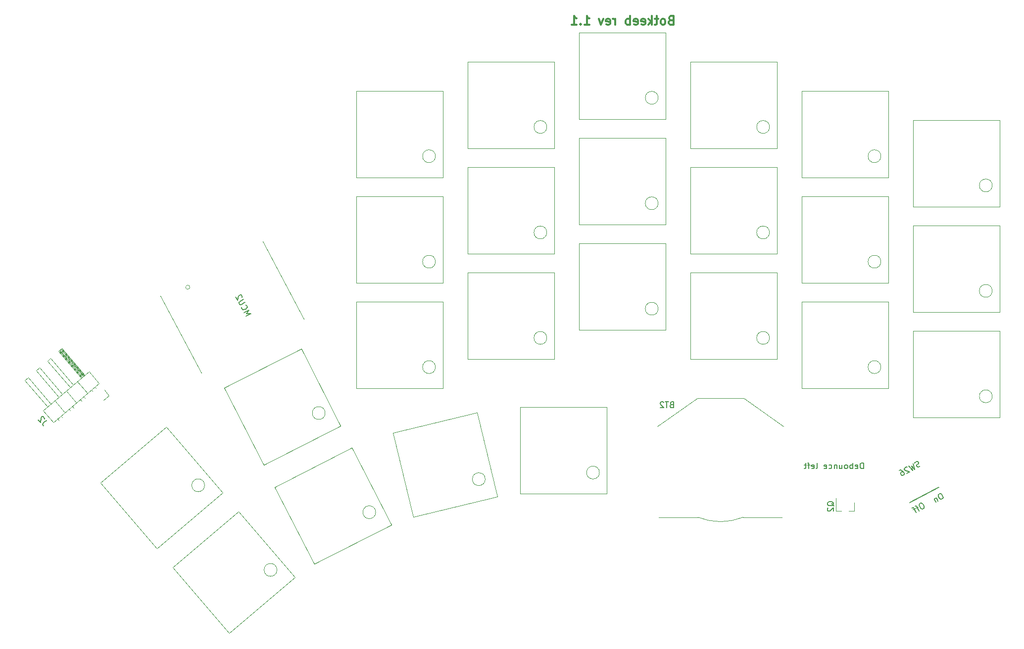
<source format=gbr>
G04 #@! TF.GenerationSoftware,KiCad,Pcbnew,(5.1.9)-1*
G04 #@! TF.CreationDate,2021-01-29T17:36:36+01:00*
G04 #@! TF.ProjectId,Mathias_ergo,4d617468-6961-4735-9f65-72676f2e6b69,1.0*
G04 #@! TF.SameCoordinates,Original*
G04 #@! TF.FileFunction,Legend,Bot*
G04 #@! TF.FilePolarity,Positive*
%FSLAX46Y46*%
G04 Gerber Fmt 4.6, Leading zero omitted, Abs format (unit mm)*
G04 Created by KiCad (PCBNEW (5.1.9)-1) date 2021-01-29 17:36:36*
%MOMM*%
%LPD*%
G01*
G04 APERTURE LIST*
%ADD10C,0.170000*%
%ADD11C,0.300000*%
%ADD12C,0.150000*%
%ADD13C,0.120000*%
%ADD14C,0.100000*%
G04 APERTURE END LIST*
D10*
X210084740Y-142383300D02*
X209916559Y-142472723D01*
X209854825Y-142559479D01*
X209815446Y-142688281D01*
X209862824Y-142878818D01*
X210019315Y-143173133D01*
X210150783Y-143318958D01*
X210279585Y-143358337D01*
X210386031Y-143355670D01*
X210554211Y-143266247D01*
X210615946Y-143179490D01*
X210655324Y-143050689D01*
X210607946Y-142860152D01*
X210451456Y-142565836D01*
X210319988Y-142420012D01*
X210191186Y-142380633D01*
X210084740Y-142383300D01*
X209610553Y-143012952D02*
X209274192Y-143191799D01*
X209797399Y-143668651D02*
X209394995Y-142911839D01*
X209308238Y-142850105D01*
X209201792Y-142852771D01*
X209117702Y-142897483D01*
X209106012Y-143281222D02*
X208769651Y-143460068D01*
X209292858Y-143936921D02*
X208890453Y-143180109D01*
X208803697Y-143118374D01*
X208697251Y-143121041D01*
X208613160Y-143165752D01*
X213332427Y-140737389D02*
X213164246Y-140826812D01*
X213102512Y-140913569D01*
X213063133Y-141042371D01*
X213110511Y-141232907D01*
X213267002Y-141527223D01*
X213398470Y-141673048D01*
X213527272Y-141712426D01*
X213633718Y-141709760D01*
X213801898Y-141620337D01*
X213863633Y-141533580D01*
X213903012Y-141404778D01*
X213855634Y-141214242D01*
X213699143Y-140919926D01*
X213567675Y-140774101D01*
X213438873Y-140734723D01*
X213332427Y-140737389D01*
X212732105Y-141434109D02*
X213045086Y-142022741D01*
X212776817Y-141518199D02*
X212712416Y-141498510D01*
X212605970Y-141501176D01*
X212479834Y-141568244D01*
X212418100Y-141655001D01*
X212420766Y-141761447D01*
X212666680Y-142223943D01*
D11*
X167309571Y-59709857D02*
X167095285Y-59781285D01*
X167023857Y-59852714D01*
X166952428Y-59995571D01*
X166952428Y-60209857D01*
X167023857Y-60352714D01*
X167095285Y-60424142D01*
X167238142Y-60495571D01*
X167809571Y-60495571D01*
X167809571Y-58995571D01*
X167309571Y-58995571D01*
X167166714Y-59067000D01*
X167095285Y-59138428D01*
X167023857Y-59281285D01*
X167023857Y-59424142D01*
X167095285Y-59567000D01*
X167166714Y-59638428D01*
X167309571Y-59709857D01*
X167809571Y-59709857D01*
X166095285Y-60495571D02*
X166238142Y-60424142D01*
X166309571Y-60352714D01*
X166381000Y-60209857D01*
X166381000Y-59781285D01*
X166309571Y-59638428D01*
X166238142Y-59567000D01*
X166095285Y-59495571D01*
X165881000Y-59495571D01*
X165738142Y-59567000D01*
X165666714Y-59638428D01*
X165595285Y-59781285D01*
X165595285Y-60209857D01*
X165666714Y-60352714D01*
X165738142Y-60424142D01*
X165881000Y-60495571D01*
X166095285Y-60495571D01*
X165166714Y-59495571D02*
X164595285Y-59495571D01*
X164952428Y-58995571D02*
X164952428Y-60281285D01*
X164881000Y-60424142D01*
X164738142Y-60495571D01*
X164595285Y-60495571D01*
X164095285Y-60495571D02*
X164095285Y-58995571D01*
X163952428Y-59924142D02*
X163523857Y-60495571D01*
X163523857Y-59495571D02*
X164095285Y-60067000D01*
X162309571Y-60424142D02*
X162452428Y-60495571D01*
X162738142Y-60495571D01*
X162881000Y-60424142D01*
X162952428Y-60281285D01*
X162952428Y-59709857D01*
X162881000Y-59567000D01*
X162738142Y-59495571D01*
X162452428Y-59495571D01*
X162309571Y-59567000D01*
X162238142Y-59709857D01*
X162238142Y-59852714D01*
X162952428Y-59995571D01*
X161023857Y-60424142D02*
X161166714Y-60495571D01*
X161452428Y-60495571D01*
X161595285Y-60424142D01*
X161666714Y-60281285D01*
X161666714Y-59709857D01*
X161595285Y-59567000D01*
X161452428Y-59495571D01*
X161166714Y-59495571D01*
X161023857Y-59567000D01*
X160952428Y-59709857D01*
X160952428Y-59852714D01*
X161666714Y-59995571D01*
X160309571Y-60495571D02*
X160309571Y-58995571D01*
X160309571Y-59567000D02*
X160166714Y-59495571D01*
X159881000Y-59495571D01*
X159738142Y-59567000D01*
X159666714Y-59638428D01*
X159595285Y-59781285D01*
X159595285Y-60209857D01*
X159666714Y-60352714D01*
X159738142Y-60424142D01*
X159881000Y-60495571D01*
X160166714Y-60495571D01*
X160309571Y-60424142D01*
X157809571Y-60495571D02*
X157809571Y-59495571D01*
X157809571Y-59781285D02*
X157738142Y-59638428D01*
X157666714Y-59567000D01*
X157523857Y-59495571D01*
X157381000Y-59495571D01*
X156309571Y-60424142D02*
X156452428Y-60495571D01*
X156738142Y-60495571D01*
X156881000Y-60424142D01*
X156952428Y-60281285D01*
X156952428Y-59709857D01*
X156881000Y-59567000D01*
X156738142Y-59495571D01*
X156452428Y-59495571D01*
X156309571Y-59567000D01*
X156238142Y-59709857D01*
X156238142Y-59852714D01*
X156952428Y-59995571D01*
X155738142Y-59495571D02*
X155381000Y-60495571D01*
X155023857Y-59495571D01*
X152523857Y-60495571D02*
X153381000Y-60495571D01*
X152952428Y-60495571D02*
X152952428Y-58995571D01*
X153095285Y-59209857D01*
X153238142Y-59352714D01*
X153381000Y-59424142D01*
X151881000Y-60352714D02*
X151809571Y-60424142D01*
X151881000Y-60495571D01*
X151952428Y-60424142D01*
X151881000Y-60352714D01*
X151881000Y-60495571D01*
X150381000Y-60495571D02*
X151238142Y-60495571D01*
X150809571Y-60495571D02*
X150809571Y-58995571D01*
X150952428Y-59209857D01*
X151095285Y-59352714D01*
X151238142Y-59424142D01*
D10*
X200275200Y-136469380D02*
X200275200Y-135469380D01*
X200037104Y-135469380D01*
X199894247Y-135517000D01*
X199799009Y-135612238D01*
X199751390Y-135707476D01*
X199703771Y-135897952D01*
X199703771Y-136040809D01*
X199751390Y-136231285D01*
X199799009Y-136326523D01*
X199894247Y-136421761D01*
X200037104Y-136469380D01*
X200275200Y-136469380D01*
X198894247Y-136421761D02*
X198989485Y-136469380D01*
X199179961Y-136469380D01*
X199275200Y-136421761D01*
X199322819Y-136326523D01*
X199322819Y-135945571D01*
X199275200Y-135850333D01*
X199179961Y-135802714D01*
X198989485Y-135802714D01*
X198894247Y-135850333D01*
X198846628Y-135945571D01*
X198846628Y-136040809D01*
X199322819Y-136136047D01*
X198418057Y-136469380D02*
X198418057Y-135469380D01*
X198418057Y-135850333D02*
X198322819Y-135802714D01*
X198132342Y-135802714D01*
X198037104Y-135850333D01*
X197989485Y-135897952D01*
X197941866Y-135993190D01*
X197941866Y-136278904D01*
X197989485Y-136374142D01*
X198037104Y-136421761D01*
X198132342Y-136469380D01*
X198322819Y-136469380D01*
X198418057Y-136421761D01*
X197370438Y-136469380D02*
X197465676Y-136421761D01*
X197513295Y-136374142D01*
X197560914Y-136278904D01*
X197560914Y-135993190D01*
X197513295Y-135897952D01*
X197465676Y-135850333D01*
X197370438Y-135802714D01*
X197227580Y-135802714D01*
X197132342Y-135850333D01*
X197084723Y-135897952D01*
X197037104Y-135993190D01*
X197037104Y-136278904D01*
X197084723Y-136374142D01*
X197132342Y-136421761D01*
X197227580Y-136469380D01*
X197370438Y-136469380D01*
X196179961Y-135802714D02*
X196179961Y-136469380D01*
X196608533Y-135802714D02*
X196608533Y-136326523D01*
X196560914Y-136421761D01*
X196465676Y-136469380D01*
X196322819Y-136469380D01*
X196227580Y-136421761D01*
X196179961Y-136374142D01*
X195703771Y-135802714D02*
X195703771Y-136469380D01*
X195703771Y-135897952D02*
X195656152Y-135850333D01*
X195560914Y-135802714D01*
X195418057Y-135802714D01*
X195322819Y-135850333D01*
X195275200Y-135945571D01*
X195275200Y-136469380D01*
X194370438Y-136421761D02*
X194465676Y-136469380D01*
X194656152Y-136469380D01*
X194751390Y-136421761D01*
X194799009Y-136374142D01*
X194846628Y-136278904D01*
X194846628Y-135993190D01*
X194799009Y-135897952D01*
X194751390Y-135850333D01*
X194656152Y-135802714D01*
X194465676Y-135802714D01*
X194370438Y-135850333D01*
X193560914Y-136421761D02*
X193656152Y-136469380D01*
X193846628Y-136469380D01*
X193941866Y-136421761D01*
X193989485Y-136326523D01*
X193989485Y-135945571D01*
X193941866Y-135850333D01*
X193846628Y-135802714D01*
X193656152Y-135802714D01*
X193560914Y-135850333D01*
X193513295Y-135945571D01*
X193513295Y-136040809D01*
X193989485Y-136136047D01*
X192179961Y-136469380D02*
X192275200Y-136421761D01*
X192322819Y-136326523D01*
X192322819Y-135469380D01*
X191418057Y-136421761D02*
X191513295Y-136469380D01*
X191703771Y-136469380D01*
X191799009Y-136421761D01*
X191846628Y-136326523D01*
X191846628Y-135945571D01*
X191799009Y-135850333D01*
X191703771Y-135802714D01*
X191513295Y-135802714D01*
X191418057Y-135850333D01*
X191370438Y-135945571D01*
X191370438Y-136040809D01*
X191846628Y-136136047D01*
X191084723Y-135802714D02*
X190703771Y-135802714D01*
X190941866Y-136469380D02*
X190941866Y-135612238D01*
X190894247Y-135517000D01*
X190799009Y-135469380D01*
X190703771Y-135469380D01*
X190513295Y-135802714D02*
X190132342Y-135802714D01*
X190370438Y-135469380D02*
X190370438Y-136326523D01*
X190322819Y-136421761D01*
X190227580Y-136469380D01*
X190132342Y-136469380D01*
D12*
X208221460Y-142251252D02*
X213165966Y-139622211D01*
D13*
X171984336Y-144785622D02*
G75*
G03*
X179680721Y-144784158I3846385J9501464D01*
G01*
X186380721Y-144784158D02*
X179680721Y-144784158D01*
X165280721Y-144784158D02*
X171980721Y-144784158D01*
X179780721Y-124434158D02*
X186580721Y-129234158D01*
X171880721Y-124434158D02*
X179780721Y-124434158D01*
X165030721Y-129234158D02*
X171880721Y-124434158D01*
X127063221Y-82984158D02*
G75*
G03*
X127063221Y-82984158I-1100000J0D01*
G01*
D14*
X128329221Y-86618158D02*
X113529221Y-86618158D01*
X113529221Y-86618158D02*
X113529221Y-71818158D01*
X113529221Y-71818158D02*
X128329221Y-71818158D01*
X128329221Y-71818158D02*
X128329221Y-86618158D01*
D13*
X116841644Y-143921563D02*
G75*
G03*
X116841644Y-143921563I-1100000J0D01*
G01*
D14*
X119499566Y-146085339D02*
X106312670Y-152804399D01*
X106312670Y-152804399D02*
X99593610Y-139617502D01*
X99593610Y-139617502D02*
X112780507Y-132898443D01*
X112780507Y-132898443D02*
X119499566Y-146085339D01*
D13*
X165163221Y-91034158D02*
G75*
G03*
X165163221Y-91034158I-1100000J0D01*
G01*
D14*
X166429221Y-94668158D02*
X151629221Y-94668158D01*
X151629221Y-94668158D02*
X151629221Y-79868158D01*
X151629221Y-79868158D02*
X166429221Y-79868158D01*
X166429221Y-79868158D02*
X166429221Y-94668158D01*
D13*
X87574132Y-139311448D02*
G75*
G03*
X87574132Y-139311448I-1100000J0D01*
G01*
D14*
X90633347Y-140538170D02*
X79379339Y-150150001D01*
X79379339Y-150150001D02*
X69767508Y-138895992D01*
X69767508Y-138895992D02*
X81021516Y-129284161D01*
X81021516Y-129284161D02*
X90633347Y-140538170D01*
D13*
X155113221Y-137134158D02*
G75*
G03*
X155113221Y-137134158I-1100000J0D01*
G01*
D14*
X156379221Y-140768158D02*
X141579221Y-140768158D01*
X141579221Y-140768158D02*
X141579221Y-125968158D01*
X141579221Y-125968158D02*
X156379221Y-125968158D01*
X156379221Y-125968158D02*
X156379221Y-140768158D01*
D13*
X108193125Y-126947889D02*
G75*
G03*
X108193125Y-126947889I-1100000J0D01*
G01*
D14*
X110851047Y-129111665D02*
X97664151Y-135830725D01*
X97664151Y-135830725D02*
X90945091Y-122643828D01*
X90945091Y-122643828D02*
X104131988Y-115924769D01*
X104131988Y-115924769D02*
X110851047Y-129111665D01*
D13*
X203263221Y-82984158D02*
G75*
G03*
X203263221Y-82984158I-1100000J0D01*
G01*
D14*
X204529221Y-86618158D02*
X189729221Y-86618158D01*
X189729221Y-86618158D02*
X189729221Y-71818158D01*
X189729221Y-71818158D02*
X204529221Y-71818158D01*
X204529221Y-71818158D02*
X204529221Y-86618158D01*
D13*
X203263221Y-119084158D02*
G75*
G03*
X203263221Y-119084158I-1100000J0D01*
G01*
D14*
X204529221Y-122718158D02*
X189729221Y-122718158D01*
X189729221Y-122718158D02*
X189729221Y-107918158D01*
X189729221Y-107918158D02*
X204529221Y-107918158D01*
X204529221Y-107918158D02*
X204529221Y-122718158D01*
D13*
X146113221Y-114084158D02*
G75*
G03*
X146113221Y-114084158I-1100000J0D01*
G01*
D14*
X147379221Y-117718158D02*
X132579221Y-117718158D01*
X132579221Y-117718158D02*
X132579221Y-102918158D01*
X132579221Y-102918158D02*
X147379221Y-102918158D01*
X147379221Y-102918158D02*
X147379221Y-117718158D01*
D13*
X127063221Y-119084158D02*
G75*
G03*
X127063221Y-119084158I-1100000J0D01*
G01*
D14*
X128329221Y-122718158D02*
X113529221Y-122718158D01*
X113529221Y-122718158D02*
X113529221Y-107918158D01*
X113529221Y-107918158D02*
X128329221Y-107918158D01*
X128329221Y-107918158D02*
X128329221Y-122718158D01*
D13*
X165163221Y-72984158D02*
G75*
G03*
X165163221Y-72984158I-1100000J0D01*
G01*
D14*
X166429221Y-76618158D02*
X151629221Y-76618158D01*
X151629221Y-76618158D02*
X151629221Y-61818158D01*
X151629221Y-61818158D02*
X166429221Y-61818158D01*
X166429221Y-61818158D02*
X166429221Y-76618158D01*
D13*
X184213221Y-114084158D02*
G75*
G03*
X184213221Y-114084158I-1100000J0D01*
G01*
D14*
X185479221Y-117718158D02*
X170679221Y-117718158D01*
X170679221Y-117718158D02*
X170679221Y-102918158D01*
X170679221Y-102918158D02*
X185479221Y-102918158D01*
X185479221Y-102918158D02*
X185479221Y-117718158D01*
D13*
X146113221Y-96034158D02*
G75*
G03*
X146113221Y-96034158I-1100000J0D01*
G01*
D14*
X147379221Y-99668158D02*
X132579221Y-99668158D01*
X132579221Y-99668158D02*
X132579221Y-84868158D01*
X132579221Y-84868158D02*
X147379221Y-84868158D01*
X147379221Y-84868158D02*
X147379221Y-99668158D01*
D13*
X146113221Y-77984158D02*
G75*
G03*
X146113221Y-77984158I-1100000J0D01*
G01*
D14*
X147379221Y-81618158D02*
X132579221Y-81618158D01*
X132579221Y-81618158D02*
X132579221Y-66818158D01*
X132579221Y-66818158D02*
X147379221Y-66818158D01*
X147379221Y-66818158D02*
X147379221Y-81618158D01*
D13*
X99946118Y-153797181D02*
G75*
G03*
X99946118Y-153797181I-1100000J0D01*
G01*
D14*
X103005333Y-155023903D02*
X91751325Y-164635734D01*
X91751325Y-164635734D02*
X82139494Y-153381725D01*
X82139494Y-153381725D02*
X93393502Y-143769894D01*
X93393502Y-143769894D02*
X103005333Y-155023903D01*
D13*
X222313221Y-87984158D02*
G75*
G03*
X222313221Y-87984158I-1100000J0D01*
G01*
D14*
X223579221Y-91618158D02*
X208779221Y-91618158D01*
X208779221Y-91618158D02*
X208779221Y-76818158D01*
X208779221Y-76818158D02*
X223579221Y-76818158D01*
X223579221Y-76818158D02*
X223579221Y-91618158D01*
D13*
X203263221Y-101034158D02*
G75*
G03*
X203263221Y-101034158I-1100000J0D01*
G01*
D14*
X204529221Y-104668158D02*
X189729221Y-104668158D01*
X189729221Y-104668158D02*
X189729221Y-89868158D01*
X189729221Y-89868158D02*
X204529221Y-89868158D01*
X204529221Y-89868158D02*
X204529221Y-104668158D01*
D13*
X184213221Y-96034158D02*
G75*
G03*
X184213221Y-96034158I-1100000J0D01*
G01*
D14*
X185479221Y-99668158D02*
X170679221Y-99668158D01*
X170679221Y-99668158D02*
X170679221Y-84868158D01*
X170679221Y-84868158D02*
X185479221Y-84868158D01*
X185479221Y-84868158D02*
X185479221Y-99668158D01*
D13*
X184213221Y-77984158D02*
G75*
G03*
X184213221Y-77984158I-1100000J0D01*
G01*
D14*
X185479221Y-81618158D02*
X170679221Y-81618158D01*
X170679221Y-81618158D02*
X170679221Y-66818158D01*
X170679221Y-66818158D02*
X185479221Y-66818158D01*
X185479221Y-66818158D02*
X185479221Y-81618158D01*
D13*
X165163221Y-109084158D02*
G75*
G03*
X165163221Y-109084158I-1100000J0D01*
G01*
D14*
X166429221Y-112718158D02*
X151629221Y-112718158D01*
X151629221Y-112718158D02*
X151629221Y-97918158D01*
X151629221Y-97918158D02*
X166429221Y-97918158D01*
X166429221Y-97918158D02*
X166429221Y-112718158D01*
D13*
X127063221Y-101034158D02*
G75*
G03*
X127063221Y-101034158I-1100000J0D01*
G01*
D14*
X128329221Y-104668158D02*
X113529221Y-104668158D01*
X113529221Y-104668158D02*
X113529221Y-89868158D01*
X113529221Y-89868158D02*
X128329221Y-89868158D01*
X128329221Y-89868158D02*
X128329221Y-104668158D01*
D13*
X222313221Y-106034158D02*
G75*
G03*
X222313221Y-106034158I-1100000J0D01*
G01*
D14*
X223579221Y-109668158D02*
X208779221Y-109668158D01*
X208779221Y-109668158D02*
X208779221Y-94868158D01*
X208779221Y-94868158D02*
X223579221Y-94868158D01*
X223579221Y-94868158D02*
X223579221Y-109668158D01*
D13*
X135575761Y-138262991D02*
G75*
G03*
X135575761Y-138262991I-1100000J0D01*
G01*
D14*
X137624729Y-141244251D02*
X123233654Y-144699243D01*
X123233654Y-144699243D02*
X119778662Y-130308168D01*
X119778662Y-130308168D02*
X134169737Y-126853177D01*
X134169737Y-126853177D02*
X137624729Y-141244251D01*
D13*
X222313221Y-124084158D02*
G75*
G03*
X222313221Y-124084158I-1100000J0D01*
G01*
D14*
X223579221Y-127718158D02*
X208779221Y-127718158D01*
X208779221Y-127718158D02*
X208779221Y-112918158D01*
X208779221Y-112918158D02*
X223579221Y-112918158D01*
X223579221Y-112918158D02*
X223579221Y-127718158D01*
D13*
X97495149Y-97582833D02*
X104537222Y-110827047D01*
X80002191Y-106884004D02*
X87044265Y-120128217D01*
X85028644Y-105412272D02*
G75*
G03*
X85028644Y-105412272I-349999J0D01*
G01*
X69520410Y-121847832D02*
X61703436Y-128524157D01*
X61703436Y-128524157D02*
X59975905Y-126501478D01*
X59975905Y-126501478D02*
X67792878Y-119825152D01*
X67792878Y-119825152D02*
X69520410Y-121847832D01*
X67070492Y-120442127D02*
X63173804Y-115879691D01*
X63173804Y-115879691D02*
X62595895Y-116373272D01*
X62595895Y-116373272D02*
X66492584Y-120935708D01*
X67024868Y-120481094D02*
X63128180Y-115918658D01*
X66933619Y-120559028D02*
X63036931Y-115996592D01*
X66842370Y-120636962D02*
X62945682Y-116074526D01*
X66751122Y-120714895D02*
X62854433Y-116152460D01*
X66659873Y-120792829D02*
X62763185Y-116230393D01*
X66568624Y-120870763D02*
X62671936Y-116308327D01*
X69012342Y-122715741D02*
X68798024Y-122464807D01*
X68434433Y-123209322D02*
X68220116Y-122958388D01*
X67543354Y-123536396D02*
X65815822Y-121513717D01*
X65139061Y-122091725D02*
X61242373Y-117529290D01*
X61242373Y-117529290D02*
X60664464Y-118022870D01*
X60664464Y-118022870D02*
X64561153Y-122585306D01*
X67124470Y-124416340D02*
X66866593Y-124114405D01*
X66546561Y-124909921D02*
X66288684Y-124607986D01*
X65611923Y-125185994D02*
X63884391Y-123163315D01*
X63207630Y-123741323D02*
X59310942Y-119178888D01*
X59310942Y-119178888D02*
X58733033Y-119672468D01*
X58733033Y-119672468D02*
X62629721Y-124234904D01*
X65193039Y-126065938D02*
X64935162Y-125764003D01*
X64615130Y-126559519D02*
X64357253Y-126257584D01*
X63680492Y-126835593D02*
X61952960Y-124812913D01*
X61276199Y-125390921D02*
X57379511Y-120828486D01*
X57379511Y-120828486D02*
X56801602Y-121322066D01*
X56801602Y-121322066D02*
X60698290Y-125884502D01*
X63261608Y-127715536D02*
X63003731Y-127413601D01*
X62683699Y-128209117D02*
X62425822Y-127907182D01*
X70269074Y-124772298D02*
X71234790Y-123947499D01*
X71234790Y-123947499D02*
X70409991Y-122981783D01*
X198743221Y-143694221D02*
X197813221Y-143694221D01*
X195583221Y-143694221D02*
X196513221Y-143694221D01*
X195583221Y-143694221D02*
X195583221Y-141534221D01*
X198743221Y-143694221D02*
X198743221Y-142234221D01*
D12*
X209998851Y-135988509D02*
X209895072Y-136097622D01*
X209684846Y-136209401D01*
X209578400Y-136212067D01*
X209513999Y-136192378D01*
X209427243Y-136130643D01*
X209382531Y-136046553D01*
X209379865Y-135940107D01*
X209399554Y-135875706D01*
X209461288Y-135788949D01*
X209607113Y-135657481D01*
X209668847Y-135570724D01*
X209688537Y-135506323D01*
X209685870Y-135399877D01*
X209641159Y-135315787D01*
X209554402Y-135254053D01*
X209490001Y-135234363D01*
X209383555Y-135237030D01*
X209173330Y-135348809D01*
X209069550Y-135457921D01*
X208752878Y-135572367D02*
X209012124Y-136567093D01*
X208508607Y-136025839D01*
X208675763Y-136745939D01*
X207996066Y-135974771D01*
X207746462Y-136215352D02*
X207682061Y-136195662D01*
X207575615Y-136198329D01*
X207365389Y-136310108D01*
X207303655Y-136396864D01*
X207283965Y-136461265D01*
X207286632Y-136567711D01*
X207331343Y-136651802D01*
X207440456Y-136755581D01*
X208213267Y-136991853D01*
X207666680Y-137282478D01*
X206440396Y-136801935D02*
X206608577Y-136712512D01*
X206715023Y-136709845D01*
X206779424Y-136729535D01*
X206930582Y-136810958D01*
X207062050Y-136956783D01*
X207240896Y-137293144D01*
X207243563Y-137399590D01*
X207223873Y-137463991D01*
X207162139Y-137550748D01*
X206993958Y-137640171D01*
X206887512Y-137642837D01*
X206823111Y-137623148D01*
X206736355Y-137561414D01*
X206624576Y-137351188D01*
X206621909Y-137244742D01*
X206641599Y-137180341D01*
X206703333Y-137093584D01*
X206871514Y-137004161D01*
X206977960Y-137001495D01*
X207042360Y-137021184D01*
X207129117Y-137082919D01*
X167466435Y-125512729D02*
X167323578Y-125560348D01*
X167275959Y-125607967D01*
X167228340Y-125703205D01*
X167228340Y-125846062D01*
X167275959Y-125941300D01*
X167323578Y-125988919D01*
X167418816Y-126036538D01*
X167799768Y-126036538D01*
X167799768Y-125036538D01*
X167466435Y-125036538D01*
X167371197Y-125084158D01*
X167323578Y-125131777D01*
X167275959Y-125227015D01*
X167275959Y-125322253D01*
X167323578Y-125417491D01*
X167371197Y-125465110D01*
X167466435Y-125512729D01*
X167799768Y-125512729D01*
X166942625Y-125036538D02*
X166371197Y-125036538D01*
X166656911Y-126036538D02*
X166656911Y-125036538D01*
X166085482Y-125131777D02*
X166037863Y-125084158D01*
X165942625Y-125036538D01*
X165704530Y-125036538D01*
X165609292Y-125084158D01*
X165561673Y-125131777D01*
X165514054Y-125227015D01*
X165514054Y-125322253D01*
X165561673Y-125465110D01*
X166133101Y-126036538D01*
X165514054Y-126036538D01*
X94626602Y-110369133D02*
X95509549Y-109899661D01*
X94722382Y-109940682D01*
X95196568Y-109311029D01*
X94313621Y-109780501D01*
X93905884Y-108810797D02*
X93886194Y-108875198D01*
X93911216Y-109023689D01*
X93955928Y-109107779D01*
X94065041Y-109211559D01*
X94193842Y-109250937D01*
X94300288Y-109248271D01*
X94490825Y-109200893D01*
X94616960Y-109133825D01*
X94762785Y-109002357D01*
X94824519Y-108915600D01*
X94863898Y-108786799D01*
X94838876Y-108638307D01*
X94794164Y-108554217D01*
X94685052Y-108450438D01*
X94620651Y-108430748D01*
X94503539Y-108007631D02*
X93788772Y-108387679D01*
X93682326Y-108390345D01*
X93617925Y-108370656D01*
X93531168Y-108308922D01*
X93441745Y-108140741D01*
X93439078Y-108034295D01*
X93458768Y-107969894D01*
X93520502Y-107883138D01*
X94235269Y-107503089D01*
X93949977Y-107169395D02*
X93969666Y-107104994D01*
X93967000Y-106998548D01*
X93855221Y-106788322D01*
X93768464Y-106726588D01*
X93704063Y-106706898D01*
X93597617Y-106709565D01*
X93513527Y-106754276D01*
X93409747Y-106863389D01*
X93173475Y-107636200D01*
X92882850Y-107089613D01*
X60516895Y-128204847D02*
X59973748Y-128668738D01*
X59896045Y-128797727D01*
X59885477Y-128931998D01*
X59942046Y-129071554D01*
X60003898Y-129143974D01*
X60166140Y-127940811D02*
X60171424Y-127873675D01*
X60145782Y-127770329D01*
X59991151Y-127589280D01*
X59893089Y-127547787D01*
X59825953Y-127542503D01*
X59722608Y-127568145D01*
X59650188Y-127629998D01*
X59572485Y-127758986D01*
X59509080Y-128564617D01*
X59107041Y-128093889D01*
X195210840Y-142838982D02*
X195163221Y-142743744D01*
X195067982Y-142648506D01*
X194925125Y-142505649D01*
X194877506Y-142410411D01*
X194877506Y-142315173D01*
X195115601Y-142362792D02*
X195067982Y-142267554D01*
X194972744Y-142172316D01*
X194782268Y-142124697D01*
X194448935Y-142124697D01*
X194258459Y-142172316D01*
X194163221Y-142267554D01*
X194115601Y-142362792D01*
X194115601Y-142553268D01*
X194163221Y-142648506D01*
X194258459Y-142743744D01*
X194448935Y-142791363D01*
X194782268Y-142791363D01*
X194972744Y-142743744D01*
X195067982Y-142648506D01*
X195115601Y-142553268D01*
X195115601Y-142362792D01*
X194210840Y-143172316D02*
X194163221Y-143219935D01*
X194115601Y-143315173D01*
X194115601Y-143553268D01*
X194163221Y-143648506D01*
X194210840Y-143696125D01*
X194306078Y-143743744D01*
X194401316Y-143743744D01*
X194544173Y-143696125D01*
X195115601Y-143124697D01*
X195115601Y-143743744D01*
M02*

</source>
